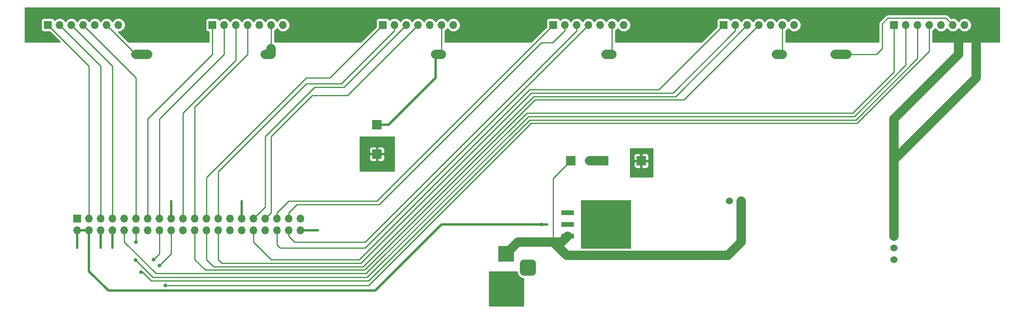
<source format=gbr>
%TF.GenerationSoftware,KiCad,Pcbnew,5.1.6-c6e7f7d~87~ubuntu20.04.1*%
%TF.CreationDate,2020-09-03T23:23:25-04:00*%
%TF.ProjectId,Nixie_Clk_Mother,4e697869-655f-4436-9c6b-5f4d6f746865,rev?*%
%TF.SameCoordinates,Original*%
%TF.FileFunction,Copper,L1,Top*%
%TF.FilePolarity,Positive*%
%FSLAX46Y46*%
G04 Gerber Fmt 4.6, Leading zero omitted, Abs format (unit mm)*
G04 Created by KiCad (PCBNEW 5.1.6-c6e7f7d~87~ubuntu20.04.1) date 2020-09-03 23:23:25*
%MOMM*%
%LPD*%
G01*
G04 APERTURE LIST*
%TA.AperFunction,ComponentPad*%
%ADD10O,1.700000X1.700000*%
%TD*%
%TA.AperFunction,ComponentPad*%
%ADD11R,1.700000X1.700000*%
%TD*%
%TA.AperFunction,ComponentPad*%
%ADD12C,1.524000*%
%TD*%
%TA.AperFunction,SMDPad,CuDef*%
%ADD13R,2.000000X2.000000*%
%TD*%
%TA.AperFunction,ComponentPad*%
%ADD14R,3.500000X3.500000*%
%TD*%
%TA.AperFunction,SMDPad,CuDef*%
%ADD15R,2.692400X1.016000*%
%TD*%
%TA.AperFunction,SMDPad,CuDef*%
%ADD16R,10.871200X10.464800*%
%TD*%
%TA.AperFunction,ViaPad*%
%ADD17C,0.800000*%
%TD*%
%TA.AperFunction,Conductor*%
%ADD18C,2.000000*%
%TD*%
%TA.AperFunction,Conductor*%
%ADD19C,0.250000*%
%TD*%
%TA.AperFunction,Conductor*%
%ADD20C,0.500000*%
%TD*%
%TA.AperFunction,Conductor*%
%ADD21C,0.254000*%
%TD*%
G04 APERTURE END LIST*
D10*
%TO.P,J7,8*%
%TO.N,/170V*%
X101854000Y-37846000D03*
%TO.P,J7,7*%
%TO.N,/GND*%
X99314000Y-37846000D03*
%TO.P,J7,6*%
%TO.N,/5V*%
X96774000Y-37846000D03*
%TO.P,J7,5*%
%TO.N,/GND*%
X94234000Y-37846000D03*
%TO.P,J7,4*%
%TO.N,Net-(J1-Pad21)*%
X91694000Y-37846000D03*
%TO.P,J7,3*%
%TO.N,Net-(J1-Pad19)*%
X89154000Y-37846000D03*
%TO.P,J7,2*%
%TO.N,Net-(J1-Pad15)*%
X86614000Y-37846000D03*
D11*
%TO.P,J7,1*%
%TO.N,Net-(J1-Pad13)*%
X84074000Y-37846000D03*
%TD*%
D10*
%TO.P,J6,8*%
%TO.N,/170V*%
X138684000Y-37846000D03*
%TO.P,J6,7*%
%TO.N,/GND*%
X136144000Y-37846000D03*
%TO.P,J6,6*%
%TO.N,/5V*%
X133604000Y-37846000D03*
%TO.P,J6,5*%
%TO.N,/GND*%
X131064000Y-37846000D03*
%TO.P,J6,4*%
%TO.N,Net-(J1-Pad33)*%
X128524000Y-37846000D03*
%TO.P,J6,3*%
%TO.N,Net-(J1-Pad31)*%
X125984000Y-37846000D03*
%TO.P,J6,2*%
%TO.N,Net-(J1-Pad25)*%
X123444000Y-37846000D03*
D11*
%TO.P,J6,1*%
%TO.N,Net-(J1-Pad23)*%
X120904000Y-37846000D03*
%TD*%
D10*
%TO.P,J5,8*%
%TO.N,/170V*%
X175514000Y-37846000D03*
%TO.P,J5,7*%
%TO.N,/GND*%
X172974000Y-37846000D03*
%TO.P,J5,6*%
%TO.N,/5V*%
X170434000Y-37846000D03*
%TO.P,J5,5*%
%TO.N,/GND*%
X167894000Y-37846000D03*
%TO.P,J5,4*%
%TO.N,Net-(J1-Pad36)*%
X165354000Y-37846000D03*
%TO.P,J5,3*%
%TO.N,Net-(J1-Pad38)*%
X162814000Y-37846000D03*
%TO.P,J5,2*%
%TO.N,Net-(J1-Pad37)*%
X160274000Y-37846000D03*
D11*
%TO.P,J5,1*%
%TO.N,Net-(J1-Pad35)*%
X157734000Y-37846000D03*
%TD*%
D10*
%TO.P,J4,8*%
%TO.N,/170V*%
X212344000Y-37846000D03*
%TO.P,J4,7*%
%TO.N,/GND*%
X209804000Y-37846000D03*
%TO.P,J4,6*%
%TO.N,/5V*%
X207264000Y-37846000D03*
%TO.P,J4,5*%
%TO.N,/GND*%
X204724000Y-37846000D03*
%TO.P,J4,4*%
%TO.N,Net-(J1-Pad22)*%
X202184000Y-37846000D03*
%TO.P,J4,3*%
%TO.N,Net-(J1-Pad24)*%
X199644000Y-37846000D03*
%TO.P,J4,2*%
%TO.N,Net-(J1-Pad26)*%
X197104000Y-37846000D03*
D11*
%TO.P,J4,1*%
%TO.N,Net-(J1-Pad32)*%
X194564000Y-37846000D03*
%TD*%
D10*
%TO.P,J3,8*%
%TO.N,/170V*%
X249174000Y-37846000D03*
%TO.P,J3,7*%
%TO.N,/GND*%
X246634000Y-37846000D03*
%TO.P,J3,6*%
%TO.N,/5V*%
X244094000Y-37846000D03*
%TO.P,J3,5*%
%TO.N,/GND*%
X241554000Y-37846000D03*
%TO.P,J3,4*%
%TO.N,Net-(J1-Pad18)*%
X239014000Y-37846000D03*
%TO.P,J3,3*%
%TO.N,Net-(J1-Pad16)*%
X236474000Y-37846000D03*
%TO.P,J3,2*%
%TO.N,Net-(J1-Pad12)*%
X233934000Y-37846000D03*
D11*
%TO.P,J3,1*%
%TO.N,Net-(J1-Pad10)*%
X231394000Y-37846000D03*
%TD*%
D10*
%TO.P,J2,8*%
%TO.N,/170V*%
X66294000Y-37846000D03*
%TO.P,J2,7*%
%TO.N,/GND*%
X63754000Y-37846000D03*
%TO.P,J2,6*%
%TO.N,/5V*%
X61214000Y-37846000D03*
%TO.P,J2,5*%
%TO.N,/GND*%
X58674000Y-37846000D03*
%TO.P,J2,4*%
%TO.N,Net-(J1-Pad11)*%
X56134000Y-37846000D03*
%TO.P,J2,3*%
%TO.N,Net-(J1-Pad7)*%
X53594000Y-37846000D03*
%TO.P,J2,2*%
%TO.N,Net-(J1-Pad5)*%
X51054000Y-37846000D03*
D11*
%TO.P,J2,1*%
%TO.N,Net-(J1-Pad3)*%
X48514000Y-37846000D03*
%TD*%
D12*
%TO.P,U2,1*%
%TO.N,/GND*%
X195834000Y-75946000D03*
%TO.P,U2,2*%
%TO.N,/12V*%
X198374000Y-75946000D03*
%TO.P,U2,5*%
%TO.N,/5V*%
X231394000Y-88646000D03*
%TO.P,U2,4*%
%TO.N,/GND*%
X231394000Y-86106000D03*
%TO.P,U2,3*%
%TO.N,/170V*%
X231394000Y-83566000D03*
%TD*%
D13*
%TO.P,TP1,1*%
%TO.N,/GND*%
X119634000Y-65786000D03*
%TD*%
%TO.P,TP5,1*%
%TO.N,/5V*%
X119634000Y-59436000D03*
%TD*%
D11*
%TO.P,J1,1*%
%TO.N,Net-(J1-Pad1)*%
X54864000Y-79756000D03*
D10*
%TO.P,J1,2*%
%TO.N,/5V*%
X54864000Y-82296000D03*
%TO.P,J1,3*%
%TO.N,Net-(J1-Pad3)*%
X57404000Y-79756000D03*
%TO.P,J1,4*%
%TO.N,/5V*%
X57404000Y-82296000D03*
%TO.P,J1,5*%
%TO.N,Net-(J1-Pad5)*%
X59944000Y-79756000D03*
%TO.P,J1,6*%
%TO.N,Net-(J1-Pad6)*%
X59944000Y-82296000D03*
%TO.P,J1,7*%
%TO.N,Net-(J1-Pad7)*%
X62484000Y-79756000D03*
%TO.P,J1,8*%
%TO.N,Net-(J1-Pad8)*%
X62484000Y-82296000D03*
%TO.P,J1,9*%
%TO.N,/GND*%
X65024000Y-79756000D03*
%TO.P,J1,10*%
%TO.N,Net-(J1-Pad10)*%
X65024000Y-82296000D03*
%TO.P,J1,11*%
%TO.N,Net-(J1-Pad11)*%
X67564000Y-79756000D03*
%TO.P,J1,12*%
%TO.N,Net-(J1-Pad12)*%
X67564000Y-82296000D03*
%TO.P,J1,13*%
%TO.N,Net-(J1-Pad13)*%
X70104000Y-79756000D03*
%TO.P,J1,14*%
%TO.N,/GND*%
X70104000Y-82296000D03*
%TO.P,J1,15*%
%TO.N,Net-(J1-Pad15)*%
X72644000Y-79756000D03*
%TO.P,J1,16*%
%TO.N,Net-(J1-Pad16)*%
X72644000Y-82296000D03*
%TO.P,J1,17*%
%TO.N,Net-(J1-Pad17)*%
X75184000Y-79756000D03*
%TO.P,J1,18*%
%TO.N,Net-(J1-Pad18)*%
X75184000Y-82296000D03*
%TO.P,J1,19*%
%TO.N,Net-(J1-Pad19)*%
X77724000Y-79756000D03*
%TO.P,J1,20*%
%TO.N,/GND*%
X77724000Y-82296000D03*
%TO.P,J1,21*%
%TO.N,Net-(J1-Pad21)*%
X80264000Y-79756000D03*
%TO.P,J1,22*%
%TO.N,Net-(J1-Pad22)*%
X80264000Y-82296000D03*
%TO.P,J1,23*%
%TO.N,Net-(J1-Pad23)*%
X82804000Y-79756000D03*
%TO.P,J1,24*%
%TO.N,Net-(J1-Pad24)*%
X82804000Y-82296000D03*
%TO.P,J1,25*%
%TO.N,Net-(J1-Pad25)*%
X85344000Y-79756000D03*
%TO.P,J1,26*%
%TO.N,Net-(J1-Pad26)*%
X85344000Y-82296000D03*
%TO.P,J1,27*%
%TO.N,Net-(J1-Pad27)*%
X87884000Y-79756000D03*
%TO.P,J1,28*%
%TO.N,Net-(J1-Pad28)*%
X87884000Y-82296000D03*
%TO.P,J1,29*%
%TO.N,Net-(J1-Pad29)*%
X90424000Y-79756000D03*
%TO.P,J1,30*%
%TO.N,/GND*%
X90424000Y-82296000D03*
%TO.P,J1,31*%
%TO.N,Net-(J1-Pad31)*%
X92964000Y-79756000D03*
%TO.P,J1,32*%
%TO.N,Net-(J1-Pad32)*%
X92964000Y-82296000D03*
%TO.P,J1,33*%
%TO.N,Net-(J1-Pad33)*%
X95504000Y-79756000D03*
%TO.P,J1,34*%
%TO.N,/GND*%
X95504000Y-82296000D03*
%TO.P,J1,35*%
%TO.N,Net-(J1-Pad35)*%
X98044000Y-79756000D03*
%TO.P,J1,36*%
%TO.N,Net-(J1-Pad36)*%
X98044000Y-82296000D03*
%TO.P,J1,37*%
%TO.N,Net-(J1-Pad37)*%
X100584000Y-79756000D03*
%TO.P,J1,38*%
%TO.N,Net-(J1-Pad38)*%
X100584000Y-82296000D03*
%TO.P,J1,39*%
%TO.N,/GND*%
X103124000Y-79756000D03*
%TO.P,J1,40*%
%TO.N,Net-(J1-Pad40)*%
X103124000Y-82296000D03*
%TD*%
D14*
%TO.P,J8,1*%
%TO.N,/12V*%
X147574000Y-87376000D03*
%TO.P,J8,2*%
%TO.N,/GND*%
%TA.AperFunction,ComponentPad*%
G36*
G01*
X148574000Y-94876000D02*
X146574000Y-94876000D01*
G75*
G02*
X145824000Y-94126000I0J750000D01*
G01*
X145824000Y-92626000D01*
G75*
G02*
X146574000Y-91876000I750000J0D01*
G01*
X148574000Y-91876000D01*
G75*
G02*
X149324000Y-92626000I0J-750000D01*
G01*
X149324000Y-94126000D01*
G75*
G02*
X148574000Y-94876000I-750000J0D01*
G01*
G37*
%TD.AperFunction*%
%TO.P,J8,3*%
%TO.N,N/C*%
%TA.AperFunction,ComponentPad*%
G36*
G01*
X153149000Y-92126000D02*
X151399000Y-92126000D01*
G75*
G02*
X150524000Y-91251000I0J875000D01*
G01*
X150524000Y-89501000D01*
G75*
G02*
X151399000Y-88626000I875000J0D01*
G01*
X153149000Y-88626000D01*
G75*
G02*
X154024000Y-89501000I0J-875000D01*
G01*
X154024000Y-91251000D01*
G75*
G02*
X153149000Y-92126000I-875000J0D01*
G01*
G37*
%TD.AperFunction*%
%TD*%
D13*
%TO.P,TP2,1*%
%TO.N,/GND*%
X176758999Y-67260999D03*
%TD*%
%TO.P,TP3,1*%
%TO.N,/12V*%
X161544000Y-67260999D03*
%TD*%
%TO.P,TP4,1*%
%TO.N,/5V*%
X168658999Y-67260999D03*
%TD*%
%TO.P,TP6,1*%
%TO.N,/170V*%
X231394000Y-67056000D03*
%TD*%
D15*
%TO.P,U1,1*%
%TO.N,/GND*%
X160883600Y-78486000D03*
%TO.P,U1,2*%
%TO.N,/5V*%
X160883600Y-81026000D03*
%TO.P,U1,3*%
%TO.N,/12V*%
X160883600Y-83566000D03*
D16*
%TO.P,U1,4*%
%TO.N,N/C*%
X169164000Y-81026000D03*
%TD*%
D17*
%TO.N,/GND*%
X160274000Y-78486000D03*
X145034000Y-92456000D03*
X145034000Y-94996000D03*
X175514000Y-69596000D03*
X178054000Y-69596000D03*
X176784000Y-65786000D03*
X117094000Y-63246000D03*
X119634000Y-63246000D03*
X122174000Y-63246000D03*
X122174000Y-68326000D03*
X119634000Y-68326000D03*
X117094000Y-68326000D03*
X117094000Y-65786000D03*
X122174000Y-65786000D03*
X145034000Y-97536000D03*
X147574000Y-97536000D03*
X150114000Y-97536000D03*
X147574000Y-94996000D03*
X150114000Y-94996000D03*
%TO.N,/5V*%
X160274000Y-81026000D03*
X68834000Y-44196000D03*
X96774000Y-44196000D03*
X133604000Y-44196000D03*
X170434000Y-44196000D03*
X207264000Y-44196000D03*
X155194000Y-81026000D03*
X219964000Y-44196000D03*
X165558999Y-67260999D03*
%TO.N,Net-(J1-Pad12)*%
X67564000Y-84836000D03*
X67474215Y-88735785D03*
%TO.N,Net-(J1-Pad16)*%
X68654430Y-91365570D03*
X71374000Y-88646000D03*
%TO.N,Net-(J1-Pad18)*%
X72644000Y-89916000D03*
X73914000Y-94231010D03*
%TD*%
D18*
%TO.N,/170V*%
X249174000Y-49276000D02*
X249174000Y-37846000D01*
X231394000Y-67056000D02*
X249174000Y-49276000D01*
X231394000Y-67056000D02*
X231394000Y-58166000D01*
X231394000Y-58166000D02*
X245364000Y-44196000D01*
X245364000Y-44196000D02*
X245364000Y-41656000D01*
X231394000Y-67056000D02*
X231394000Y-83566000D01*
%TO.N,/5V*%
X218694000Y-44196000D02*
X221234000Y-44196000D01*
X205994000Y-44196000D02*
X207264000Y-44196000D01*
X169164000Y-44196000D02*
X170434000Y-44196000D01*
X132334000Y-44196000D02*
X133604000Y-44196000D01*
X95504000Y-44196000D02*
X96774000Y-44196000D01*
X96774000Y-44196000D02*
X96774000Y-42926000D01*
X70104000Y-44196000D02*
X67564000Y-44196000D01*
D19*
X67564000Y-44196000D02*
X61214000Y-37846000D01*
X96774000Y-42926000D02*
X96774000Y-37846000D01*
X133604000Y-44196000D02*
X133604000Y-37846000D01*
X170434000Y-44196000D02*
X170434000Y-37846000D01*
X207264000Y-44196000D02*
X207264000Y-37846000D01*
X221234000Y-44196000D02*
X227584000Y-44196000D01*
X227584000Y-44196000D02*
X228854000Y-42926000D01*
X242618999Y-36370999D02*
X244094000Y-37846000D01*
X230043999Y-36370999D02*
X242618999Y-36370999D01*
X228854000Y-37560998D02*
X230043999Y-36370999D01*
X228854000Y-42926000D02*
X228854000Y-37560998D01*
D20*
X54864000Y-82296000D02*
X57404000Y-82296000D01*
X156464000Y-81026000D02*
X156464000Y-81026000D01*
X155194000Y-81026000D02*
X156464000Y-81026000D01*
X57404000Y-91186000D02*
X57404000Y-82296000D01*
X61599011Y-95381011D02*
X57404000Y-91186000D01*
X119248989Y-95381011D02*
X61599011Y-95381011D01*
X133604000Y-81026000D02*
X119248989Y-95381011D01*
X155194000Y-81026000D02*
X133604000Y-81026000D01*
X54864000Y-82296000D02*
X54864000Y-86106000D01*
X119634000Y-59436000D02*
X122174000Y-59436000D01*
X132334000Y-49276000D02*
X132334000Y-44196000D01*
X122174000Y-59436000D02*
X132334000Y-49276000D01*
D18*
X168658999Y-67260999D02*
X165558999Y-67260999D01*
D19*
%TO.N,Net-(J1-Pad3)*%
X57404000Y-46736000D02*
X48514000Y-37846000D01*
X57404000Y-79756000D02*
X57404000Y-46736000D01*
D18*
%TO.N,/12V*%
X147574000Y-87376000D02*
X150114000Y-84836000D01*
X159613600Y-84836000D02*
X160883600Y-83566000D01*
D19*
X157734000Y-84836000D02*
X157734000Y-71070999D01*
X157734000Y-71070999D02*
X161544000Y-67260999D01*
D18*
X150114000Y-84836000D02*
X157734000Y-84836000D01*
X157734000Y-84836000D02*
X159613600Y-84836000D01*
X198374000Y-84836000D02*
X198374000Y-75946000D01*
X160656401Y-87758401D02*
X195451599Y-87758401D01*
X195451599Y-87758401D02*
X198374000Y-84836000D01*
X157734000Y-84836000D02*
X160656401Y-87758401D01*
D19*
%TO.N,Net-(J1-Pad5)*%
X59944000Y-46736000D02*
X59944000Y-79756000D01*
X51054000Y-37846000D02*
X59944000Y-46736000D01*
D20*
%TO.N,Net-(J1-Pad6)*%
X59944000Y-82296000D02*
X59944000Y-86106000D01*
D19*
%TO.N,Net-(J1-Pad7)*%
X62484000Y-46736000D02*
X53594000Y-37846000D01*
X62484000Y-79756000D02*
X62484000Y-46736000D01*
D20*
%TO.N,Net-(J1-Pad8)*%
X62484000Y-82296000D02*
X62484000Y-86106000D01*
D19*
%TO.N,Net-(J1-Pad10)*%
X71834039Y-91646039D02*
X65024000Y-84836000D01*
X65024000Y-84836000D02*
X65024000Y-82296000D01*
X117275983Y-91646039D02*
X71834039Y-91646039D01*
X152026022Y-56896000D02*
X117275983Y-91646039D01*
X222504000Y-56896000D02*
X152026022Y-56896000D01*
X231394000Y-48006000D02*
X222504000Y-56896000D01*
X231394000Y-37846000D02*
X231394000Y-48006000D01*
%TO.N,Net-(J1-Pad11)*%
X67564000Y-49276000D02*
X67564000Y-79756000D01*
X56134000Y-37846000D02*
X67564000Y-49276000D01*
%TO.N,Net-(J1-Pad12)*%
X67564000Y-82296000D02*
X67564000Y-84836000D01*
X67474215Y-88735785D02*
X71194430Y-92456000D01*
X71194430Y-92456000D02*
X117526696Y-92456000D01*
X117526696Y-92456000D02*
X152336686Y-57646010D01*
X233934000Y-46526674D02*
X233934000Y-37846000D01*
X222814665Y-57646009D02*
X233934000Y-46526674D01*
X152336686Y-57646010D02*
X222814665Y-57646009D01*
%TO.N,Net-(J1-Pad13)*%
X70104000Y-79756000D02*
X70104000Y-58166000D01*
X84074000Y-44196000D02*
X84074000Y-37846000D01*
X70104000Y-58166000D02*
X84074000Y-44196000D01*
%TO.N,Net-(J1-Pad15)*%
X72644000Y-79756000D02*
X72644000Y-58166000D01*
X86614000Y-44196000D02*
X86614000Y-37846000D01*
X72644000Y-58166000D02*
X86614000Y-44196000D01*
%TO.N,Net-(J1-Pad16)*%
X236474000Y-45047346D02*
X223125328Y-58396018D01*
X236474000Y-37846000D02*
X236474000Y-45047346D01*
X223125328Y-58396018D02*
X152647352Y-58396018D01*
X152647352Y-58396018D02*
X118475685Y-92567685D01*
X117837360Y-93206010D02*
X70854010Y-93206010D01*
X118475685Y-92567685D02*
X117837360Y-93206010D01*
X70854010Y-93206010D02*
X68834000Y-91186000D01*
X68834000Y-91186000D02*
X68654430Y-91365570D01*
X72644000Y-87376000D02*
X71374000Y-88646000D01*
X72644000Y-82296000D02*
X72644000Y-87376000D01*
D20*
%TO.N,Net-(J1-Pad17)*%
X75184000Y-79756000D02*
X75184000Y-75946000D01*
D19*
%TO.N,Net-(J1-Pad18)*%
X75184000Y-82296000D02*
X75184000Y-87376000D01*
X75184000Y-87376000D02*
X72644000Y-89916000D01*
X73914000Y-94231010D02*
X117873034Y-94231010D01*
X223435993Y-59146027D02*
X239014000Y-43568020D01*
X152958016Y-59146028D02*
X223435993Y-59146027D01*
X239014000Y-43568020D02*
X239014000Y-37846000D01*
X117873034Y-94231010D02*
X152958016Y-59146028D01*
%TO.N,Net-(J1-Pad19)*%
X89154000Y-37846000D02*
X89154000Y-45466000D01*
X77724000Y-79756000D02*
X77724000Y-56896000D01*
X77724000Y-56896000D02*
X78994000Y-55626000D01*
X89154000Y-45466000D02*
X78994000Y-55626000D01*
%TO.N,Net-(J1-Pad21)*%
X91694000Y-37846000D02*
X91694000Y-44196000D01*
X80264000Y-55626000D02*
X80264000Y-79756000D01*
X91694000Y-44196000D02*
X80264000Y-55626000D01*
%TO.N,Net-(J1-Pad22)*%
X80264000Y-88646000D02*
X80264000Y-82296000D01*
X82514029Y-90896029D02*
X80264000Y-88646000D01*
X153795318Y-54066030D02*
X116965319Y-90896029D01*
X116965319Y-90896029D02*
X82514029Y-90896029D01*
X202184000Y-37846000D02*
X201827002Y-37846000D01*
X185963970Y-54066030D02*
X185384030Y-54066030D01*
X202184000Y-37846000D02*
X185963970Y-54066030D01*
X185384030Y-54066030D02*
X153795318Y-54066030D01*
X185606972Y-54066030D02*
X185384030Y-54066030D01*
%TO.N,Net-(J1-Pad23)*%
X82804000Y-79756000D02*
X82804000Y-70866000D01*
X82804000Y-70866000D02*
X104394000Y-49276000D01*
X109474000Y-49276000D02*
X120904000Y-37846000D01*
X104394000Y-49276000D02*
X109474000Y-49276000D01*
%TO.N,Net-(J1-Pad24)*%
X82804000Y-88646000D02*
X82804000Y-82296000D01*
X84304020Y-90146020D02*
X82804000Y-88646000D01*
X116654654Y-90146020D02*
X84304020Y-90146020D01*
X153484654Y-53316020D02*
X116654654Y-90146020D01*
X184173980Y-53316020D02*
X153484654Y-53316020D01*
X199644000Y-37846000D02*
X184173980Y-53316020D01*
%TO.N,Net-(J1-Pad25)*%
X123444000Y-39048081D02*
X111946081Y-50546000D01*
X123444000Y-37846000D02*
X123444000Y-39048081D01*
X111946081Y-50546000D02*
X104394000Y-50546000D01*
X85344000Y-69596000D02*
X85344000Y-79756000D01*
X104394000Y-50546000D02*
X85344000Y-69596000D01*
%TO.N,Net-(J1-Pad26)*%
X85344000Y-88646000D02*
X85344000Y-82296000D01*
X86094010Y-89396010D02*
X85344000Y-88646000D01*
X116134664Y-89396010D02*
X86094010Y-89396010D01*
X152964664Y-52566010D02*
X116134664Y-89396010D01*
X183586071Y-52566010D02*
X152964664Y-52566010D01*
X197104000Y-39048081D02*
X183586071Y-52566010D01*
X197104000Y-37846000D02*
X197104000Y-39048081D01*
D20*
%TO.N,Net-(J1-Pad29)*%
X90424000Y-79756000D02*
X90424000Y-75946000D01*
D19*
%TO.N,Net-(J1-Pad31)*%
X106183990Y-51296010D02*
X95504000Y-61976000D01*
X112533990Y-51296010D02*
X106183990Y-51296010D01*
X95504000Y-77216000D02*
X92964000Y-79756000D01*
X95504000Y-61976000D02*
X95504000Y-77216000D01*
X125984000Y-37846000D02*
X112533990Y-51296010D01*
%TO.N,Net-(J1-Pad32)*%
X194564000Y-37846000D02*
X180594000Y-51816000D01*
X180594000Y-51816000D02*
X152654000Y-51816000D01*
X152654000Y-51816000D02*
X115824000Y-88646000D01*
X115824000Y-88646000D02*
X96774000Y-88646000D01*
X92964000Y-84836000D02*
X92964000Y-82296000D01*
X96774000Y-88646000D02*
X92964000Y-84836000D01*
%TO.N,Net-(J1-Pad33)*%
X113284000Y-53086000D02*
X128524000Y-37846000D01*
X105664000Y-53086000D02*
X113284000Y-53086000D01*
X96774000Y-78486000D02*
X96774000Y-61976000D01*
X96774000Y-61976000D02*
X105664000Y-53086000D01*
X95504000Y-79756000D02*
X96774000Y-78486000D01*
%TO.N,Net-(J1-Pad35)*%
X157734000Y-37846000D02*
X119634000Y-75946000D01*
X119634000Y-75946000D02*
X100584000Y-75946000D01*
X100584000Y-75946000D02*
X98044000Y-78486000D01*
X98044000Y-78486000D02*
X98044000Y-79756000D01*
%TO.N,Net-(J1-Pad36)*%
X98684020Y-86106000D02*
X117094000Y-86106000D01*
X98044000Y-85465980D02*
X98684020Y-86106000D01*
X98044000Y-82296000D02*
X98044000Y-85465980D01*
X119634000Y-83566000D02*
X165354000Y-37846000D01*
X117094000Y-86106000D02*
X119634000Y-83566000D01*
X118678990Y-84521010D02*
X119634000Y-83566000D01*
%TO.N,Net-(J1-Pad37)*%
X160274000Y-39048081D02*
X160274000Y-37846000D01*
X155194000Y-41656000D02*
X157666081Y-41656000D01*
X120153990Y-76696010D02*
X155194000Y-41656000D01*
X102373990Y-76696010D02*
X120153990Y-76696010D01*
X157666081Y-41656000D02*
X160274000Y-39048081D01*
X100584000Y-78486000D02*
X102373990Y-76696010D01*
X100584000Y-79756000D02*
X100584000Y-78486000D01*
%TO.N,Net-(J1-Pad38)*%
X162814000Y-37846000D02*
X162814000Y-39116000D01*
X162814000Y-39116000D02*
X117094000Y-84836000D01*
X117094000Y-84836000D02*
X101854000Y-84836000D01*
X100584000Y-83566000D02*
X100584000Y-82296000D01*
X101854000Y-84836000D02*
X100584000Y-83566000D01*
D20*
%TO.N,Net-(J1-Pad40)*%
X103124000Y-82296000D02*
X106934000Y-82296000D01*
%TD*%
D21*
%TO.N,/170V*%
G36*
X254127000Y-41529000D02*
G01*
X239774000Y-41529000D01*
X239774000Y-39124178D01*
X239960632Y-38999475D01*
X240167475Y-38792632D01*
X240284000Y-38618240D01*
X240400525Y-38792632D01*
X240607368Y-38999475D01*
X240850589Y-39161990D01*
X241120842Y-39273932D01*
X241407740Y-39331000D01*
X241700260Y-39331000D01*
X241987158Y-39273932D01*
X242257411Y-39161990D01*
X242500632Y-38999475D01*
X242707475Y-38792632D01*
X242824000Y-38618240D01*
X242940525Y-38792632D01*
X243147368Y-38999475D01*
X243390589Y-39161990D01*
X243660842Y-39273932D01*
X243947740Y-39331000D01*
X244240260Y-39331000D01*
X244527158Y-39273932D01*
X244797411Y-39161990D01*
X245040632Y-38999475D01*
X245247475Y-38792632D01*
X245364000Y-38618240D01*
X245480525Y-38792632D01*
X245687368Y-38999475D01*
X245930589Y-39161990D01*
X246200842Y-39273932D01*
X246487740Y-39331000D01*
X246780260Y-39331000D01*
X247067158Y-39273932D01*
X247337411Y-39161990D01*
X247580632Y-38999475D01*
X247787475Y-38792632D01*
X247949990Y-38549411D01*
X248061932Y-38279158D01*
X248119000Y-37992260D01*
X248119000Y-37699740D01*
X248061932Y-37412842D01*
X247949990Y-37142589D01*
X247787475Y-36899368D01*
X247580632Y-36692525D01*
X247337411Y-36530010D01*
X247067158Y-36418068D01*
X246780260Y-36361000D01*
X246487740Y-36361000D01*
X246200842Y-36418068D01*
X245930589Y-36530010D01*
X245687368Y-36692525D01*
X245480525Y-36899368D01*
X245364000Y-37073760D01*
X245247475Y-36899368D01*
X245040632Y-36692525D01*
X244797411Y-36530010D01*
X244527158Y-36418068D01*
X244240260Y-36361000D01*
X243947740Y-36361000D01*
X243727592Y-36404790D01*
X243182802Y-35860001D01*
X243159000Y-35830998D01*
X243043275Y-35736025D01*
X242911246Y-35665453D01*
X242767985Y-35621996D01*
X242656332Y-35610999D01*
X242656321Y-35610999D01*
X242618999Y-35607323D01*
X242581677Y-35610999D01*
X230081324Y-35610999D01*
X230043999Y-35607323D01*
X230006674Y-35610999D01*
X230006666Y-35610999D01*
X229895013Y-35621996D01*
X229751752Y-35665453D01*
X229619723Y-35736025D01*
X229503998Y-35830998D01*
X229480200Y-35859996D01*
X228342998Y-36997199D01*
X228314000Y-37020997D01*
X228290202Y-37049995D01*
X228290201Y-37049996D01*
X228219026Y-37136722D01*
X228148454Y-37268752D01*
X228128360Y-37334996D01*
X228104998Y-37412012D01*
X228104041Y-37421725D01*
X228090324Y-37560998D01*
X228094001Y-37598330D01*
X228094000Y-41529000D01*
X208024000Y-41529000D01*
X208024000Y-39124178D01*
X208210632Y-38999475D01*
X208417475Y-38792632D01*
X208534000Y-38618240D01*
X208650525Y-38792632D01*
X208857368Y-38999475D01*
X209100589Y-39161990D01*
X209370842Y-39273932D01*
X209657740Y-39331000D01*
X209950260Y-39331000D01*
X210237158Y-39273932D01*
X210507411Y-39161990D01*
X210750632Y-38999475D01*
X210957475Y-38792632D01*
X211119990Y-38549411D01*
X211231932Y-38279158D01*
X211289000Y-37992260D01*
X211289000Y-37699740D01*
X211231932Y-37412842D01*
X211119990Y-37142589D01*
X210957475Y-36899368D01*
X210750632Y-36692525D01*
X210507411Y-36530010D01*
X210237158Y-36418068D01*
X209950260Y-36361000D01*
X209657740Y-36361000D01*
X209370842Y-36418068D01*
X209100589Y-36530010D01*
X208857368Y-36692525D01*
X208650525Y-36899368D01*
X208534000Y-37073760D01*
X208417475Y-36899368D01*
X208210632Y-36692525D01*
X207967411Y-36530010D01*
X207697158Y-36418068D01*
X207410260Y-36361000D01*
X207117740Y-36361000D01*
X206830842Y-36418068D01*
X206560589Y-36530010D01*
X206317368Y-36692525D01*
X206110525Y-36899368D01*
X205994000Y-37073760D01*
X205877475Y-36899368D01*
X205670632Y-36692525D01*
X205427411Y-36530010D01*
X205157158Y-36418068D01*
X204870260Y-36361000D01*
X204577740Y-36361000D01*
X204290842Y-36418068D01*
X204020589Y-36530010D01*
X203777368Y-36692525D01*
X203570525Y-36899368D01*
X203454000Y-37073760D01*
X203337475Y-36899368D01*
X203130632Y-36692525D01*
X202887411Y-36530010D01*
X202617158Y-36418068D01*
X202330260Y-36361000D01*
X202037740Y-36361000D01*
X201750842Y-36418068D01*
X201480589Y-36530010D01*
X201237368Y-36692525D01*
X201030525Y-36899368D01*
X200914000Y-37073760D01*
X200797475Y-36899368D01*
X200590632Y-36692525D01*
X200347411Y-36530010D01*
X200077158Y-36418068D01*
X199790260Y-36361000D01*
X199497740Y-36361000D01*
X199210842Y-36418068D01*
X198940589Y-36530010D01*
X198697368Y-36692525D01*
X198490525Y-36899368D01*
X198374000Y-37073760D01*
X198257475Y-36899368D01*
X198050632Y-36692525D01*
X197807411Y-36530010D01*
X197537158Y-36418068D01*
X197250260Y-36361000D01*
X196957740Y-36361000D01*
X196670842Y-36418068D01*
X196400589Y-36530010D01*
X196157368Y-36692525D01*
X196025513Y-36824380D01*
X196003502Y-36751820D01*
X195944537Y-36641506D01*
X195865185Y-36544815D01*
X195768494Y-36465463D01*
X195658180Y-36406498D01*
X195538482Y-36370188D01*
X195414000Y-36357928D01*
X193714000Y-36357928D01*
X193589518Y-36370188D01*
X193469820Y-36406498D01*
X193359506Y-36465463D01*
X193262815Y-36544815D01*
X193183463Y-36641506D01*
X193124498Y-36751820D01*
X193088188Y-36871518D01*
X193075928Y-36996000D01*
X193075928Y-38259269D01*
X189806198Y-41529000D01*
X171194000Y-41529000D01*
X171194000Y-39124178D01*
X171380632Y-38999475D01*
X171587475Y-38792632D01*
X171704000Y-38618240D01*
X171820525Y-38792632D01*
X172027368Y-38999475D01*
X172270589Y-39161990D01*
X172540842Y-39273932D01*
X172827740Y-39331000D01*
X173120260Y-39331000D01*
X173407158Y-39273932D01*
X173677411Y-39161990D01*
X173920632Y-38999475D01*
X174127475Y-38792632D01*
X174289990Y-38549411D01*
X174401932Y-38279158D01*
X174459000Y-37992260D01*
X174459000Y-37699740D01*
X174401932Y-37412842D01*
X174289990Y-37142589D01*
X174127475Y-36899368D01*
X173920632Y-36692525D01*
X173677411Y-36530010D01*
X173407158Y-36418068D01*
X173120260Y-36361000D01*
X172827740Y-36361000D01*
X172540842Y-36418068D01*
X172270589Y-36530010D01*
X172027368Y-36692525D01*
X171820525Y-36899368D01*
X171704000Y-37073760D01*
X171587475Y-36899368D01*
X171380632Y-36692525D01*
X171137411Y-36530010D01*
X170867158Y-36418068D01*
X170580260Y-36361000D01*
X170287740Y-36361000D01*
X170000842Y-36418068D01*
X169730589Y-36530010D01*
X169487368Y-36692525D01*
X169280525Y-36899368D01*
X169164000Y-37073760D01*
X169047475Y-36899368D01*
X168840632Y-36692525D01*
X168597411Y-36530010D01*
X168327158Y-36418068D01*
X168040260Y-36361000D01*
X167747740Y-36361000D01*
X167460842Y-36418068D01*
X167190589Y-36530010D01*
X166947368Y-36692525D01*
X166740525Y-36899368D01*
X166624000Y-37073760D01*
X166507475Y-36899368D01*
X166300632Y-36692525D01*
X166057411Y-36530010D01*
X165787158Y-36418068D01*
X165500260Y-36361000D01*
X165207740Y-36361000D01*
X164920842Y-36418068D01*
X164650589Y-36530010D01*
X164407368Y-36692525D01*
X164200525Y-36899368D01*
X164084000Y-37073760D01*
X163967475Y-36899368D01*
X163760632Y-36692525D01*
X163517411Y-36530010D01*
X163247158Y-36418068D01*
X162960260Y-36361000D01*
X162667740Y-36361000D01*
X162380842Y-36418068D01*
X162110589Y-36530010D01*
X161867368Y-36692525D01*
X161660525Y-36899368D01*
X161544000Y-37073760D01*
X161427475Y-36899368D01*
X161220632Y-36692525D01*
X160977411Y-36530010D01*
X160707158Y-36418068D01*
X160420260Y-36361000D01*
X160127740Y-36361000D01*
X159840842Y-36418068D01*
X159570589Y-36530010D01*
X159327368Y-36692525D01*
X159195513Y-36824380D01*
X159173502Y-36751820D01*
X159114537Y-36641506D01*
X159035185Y-36544815D01*
X158938494Y-36465463D01*
X158828180Y-36406498D01*
X158708482Y-36370188D01*
X158584000Y-36357928D01*
X156884000Y-36357928D01*
X156759518Y-36370188D01*
X156639820Y-36406498D01*
X156529506Y-36465463D01*
X156432815Y-36544815D01*
X156353463Y-36641506D01*
X156294498Y-36751820D01*
X156258188Y-36871518D01*
X156245928Y-36996000D01*
X156245928Y-38259270D01*
X152976198Y-41529000D01*
X134364000Y-41529000D01*
X134364000Y-39124178D01*
X134550632Y-38999475D01*
X134757475Y-38792632D01*
X134874000Y-38618240D01*
X134990525Y-38792632D01*
X135197368Y-38999475D01*
X135440589Y-39161990D01*
X135710842Y-39273932D01*
X135997740Y-39331000D01*
X136290260Y-39331000D01*
X136577158Y-39273932D01*
X136847411Y-39161990D01*
X137090632Y-38999475D01*
X137297475Y-38792632D01*
X137459990Y-38549411D01*
X137571932Y-38279158D01*
X137629000Y-37992260D01*
X137629000Y-37699740D01*
X137571932Y-37412842D01*
X137459990Y-37142589D01*
X137297475Y-36899368D01*
X137090632Y-36692525D01*
X136847411Y-36530010D01*
X136577158Y-36418068D01*
X136290260Y-36361000D01*
X135997740Y-36361000D01*
X135710842Y-36418068D01*
X135440589Y-36530010D01*
X135197368Y-36692525D01*
X134990525Y-36899368D01*
X134874000Y-37073760D01*
X134757475Y-36899368D01*
X134550632Y-36692525D01*
X134307411Y-36530010D01*
X134037158Y-36418068D01*
X133750260Y-36361000D01*
X133457740Y-36361000D01*
X133170842Y-36418068D01*
X132900589Y-36530010D01*
X132657368Y-36692525D01*
X132450525Y-36899368D01*
X132334000Y-37073760D01*
X132217475Y-36899368D01*
X132010632Y-36692525D01*
X131767411Y-36530010D01*
X131497158Y-36418068D01*
X131210260Y-36361000D01*
X130917740Y-36361000D01*
X130630842Y-36418068D01*
X130360589Y-36530010D01*
X130117368Y-36692525D01*
X129910525Y-36899368D01*
X129794000Y-37073760D01*
X129677475Y-36899368D01*
X129470632Y-36692525D01*
X129227411Y-36530010D01*
X128957158Y-36418068D01*
X128670260Y-36361000D01*
X128377740Y-36361000D01*
X128090842Y-36418068D01*
X127820589Y-36530010D01*
X127577368Y-36692525D01*
X127370525Y-36899368D01*
X127254000Y-37073760D01*
X127137475Y-36899368D01*
X126930632Y-36692525D01*
X126687411Y-36530010D01*
X126417158Y-36418068D01*
X126130260Y-36361000D01*
X125837740Y-36361000D01*
X125550842Y-36418068D01*
X125280589Y-36530010D01*
X125037368Y-36692525D01*
X124830525Y-36899368D01*
X124714000Y-37073760D01*
X124597475Y-36899368D01*
X124390632Y-36692525D01*
X124147411Y-36530010D01*
X123877158Y-36418068D01*
X123590260Y-36361000D01*
X123297740Y-36361000D01*
X123010842Y-36418068D01*
X122740589Y-36530010D01*
X122497368Y-36692525D01*
X122365513Y-36824380D01*
X122343502Y-36751820D01*
X122284537Y-36641506D01*
X122205185Y-36544815D01*
X122108494Y-36465463D01*
X121998180Y-36406498D01*
X121878482Y-36370188D01*
X121754000Y-36357928D01*
X120054000Y-36357928D01*
X119929518Y-36370188D01*
X119809820Y-36406498D01*
X119699506Y-36465463D01*
X119602815Y-36544815D01*
X119523463Y-36641506D01*
X119464498Y-36751820D01*
X119428188Y-36871518D01*
X119415928Y-36996000D01*
X119415928Y-38259270D01*
X116146198Y-41529000D01*
X97628813Y-41529000D01*
X97534000Y-41478321D01*
X97534000Y-39124178D01*
X97720632Y-38999475D01*
X97927475Y-38792632D01*
X98044000Y-38618240D01*
X98160525Y-38792632D01*
X98367368Y-38999475D01*
X98610589Y-39161990D01*
X98880842Y-39273932D01*
X99167740Y-39331000D01*
X99460260Y-39331000D01*
X99747158Y-39273932D01*
X100017411Y-39161990D01*
X100260632Y-38999475D01*
X100467475Y-38792632D01*
X100629990Y-38549411D01*
X100741932Y-38279158D01*
X100799000Y-37992260D01*
X100799000Y-37699740D01*
X100741932Y-37412842D01*
X100629990Y-37142589D01*
X100467475Y-36899368D01*
X100260632Y-36692525D01*
X100017411Y-36530010D01*
X99747158Y-36418068D01*
X99460260Y-36361000D01*
X99167740Y-36361000D01*
X98880842Y-36418068D01*
X98610589Y-36530010D01*
X98367368Y-36692525D01*
X98160525Y-36899368D01*
X98044000Y-37073760D01*
X97927475Y-36899368D01*
X97720632Y-36692525D01*
X97477411Y-36530010D01*
X97207158Y-36418068D01*
X96920260Y-36361000D01*
X96627740Y-36361000D01*
X96340842Y-36418068D01*
X96070589Y-36530010D01*
X95827368Y-36692525D01*
X95620525Y-36899368D01*
X95504000Y-37073760D01*
X95387475Y-36899368D01*
X95180632Y-36692525D01*
X94937411Y-36530010D01*
X94667158Y-36418068D01*
X94380260Y-36361000D01*
X94087740Y-36361000D01*
X93800842Y-36418068D01*
X93530589Y-36530010D01*
X93287368Y-36692525D01*
X93080525Y-36899368D01*
X92964000Y-37073760D01*
X92847475Y-36899368D01*
X92640632Y-36692525D01*
X92397411Y-36530010D01*
X92127158Y-36418068D01*
X91840260Y-36361000D01*
X91547740Y-36361000D01*
X91260842Y-36418068D01*
X90990589Y-36530010D01*
X90747368Y-36692525D01*
X90540525Y-36899368D01*
X90424000Y-37073760D01*
X90307475Y-36899368D01*
X90100632Y-36692525D01*
X89857411Y-36530010D01*
X89587158Y-36418068D01*
X89300260Y-36361000D01*
X89007740Y-36361000D01*
X88720842Y-36418068D01*
X88450589Y-36530010D01*
X88207368Y-36692525D01*
X88000525Y-36899368D01*
X87884000Y-37073760D01*
X87767475Y-36899368D01*
X87560632Y-36692525D01*
X87317411Y-36530010D01*
X87047158Y-36418068D01*
X86760260Y-36361000D01*
X86467740Y-36361000D01*
X86180842Y-36418068D01*
X85910589Y-36530010D01*
X85667368Y-36692525D01*
X85535513Y-36824380D01*
X85513502Y-36751820D01*
X85454537Y-36641506D01*
X85375185Y-36544815D01*
X85278494Y-36465463D01*
X85168180Y-36406498D01*
X85048482Y-36370188D01*
X84924000Y-36357928D01*
X83224000Y-36357928D01*
X83099518Y-36370188D01*
X82979820Y-36406498D01*
X82869506Y-36465463D01*
X82772815Y-36544815D01*
X82693463Y-36641506D01*
X82634498Y-36751820D01*
X82598188Y-36871518D01*
X82585928Y-36996000D01*
X82585928Y-38696000D01*
X82598188Y-38820482D01*
X82634498Y-38940180D01*
X82693463Y-39050494D01*
X82772815Y-39147185D01*
X82869506Y-39226537D01*
X82979820Y-39285502D01*
X83099518Y-39321812D01*
X83224000Y-39334072D01*
X83314001Y-39334072D01*
X83314001Y-41529000D01*
X65971802Y-41529000D01*
X63773801Y-39331000D01*
X63900260Y-39331000D01*
X64187158Y-39273932D01*
X64457411Y-39161990D01*
X64700632Y-38999475D01*
X64907475Y-38792632D01*
X65069990Y-38549411D01*
X65181932Y-38279158D01*
X65239000Y-37992260D01*
X65239000Y-37699740D01*
X65181932Y-37412842D01*
X65069990Y-37142589D01*
X64907475Y-36899368D01*
X64700632Y-36692525D01*
X64457411Y-36530010D01*
X64187158Y-36418068D01*
X63900260Y-36361000D01*
X63607740Y-36361000D01*
X63320842Y-36418068D01*
X63050589Y-36530010D01*
X62807368Y-36692525D01*
X62600525Y-36899368D01*
X62484000Y-37073760D01*
X62367475Y-36899368D01*
X62160632Y-36692525D01*
X61917411Y-36530010D01*
X61647158Y-36418068D01*
X61360260Y-36361000D01*
X61067740Y-36361000D01*
X60780842Y-36418068D01*
X60510589Y-36530010D01*
X60267368Y-36692525D01*
X60060525Y-36899368D01*
X59944000Y-37073760D01*
X59827475Y-36899368D01*
X59620632Y-36692525D01*
X59377411Y-36530010D01*
X59107158Y-36418068D01*
X58820260Y-36361000D01*
X58527740Y-36361000D01*
X58240842Y-36418068D01*
X57970589Y-36530010D01*
X57727368Y-36692525D01*
X57520525Y-36899368D01*
X57404000Y-37073760D01*
X57287475Y-36899368D01*
X57080632Y-36692525D01*
X56837411Y-36530010D01*
X56567158Y-36418068D01*
X56280260Y-36361000D01*
X55987740Y-36361000D01*
X55700842Y-36418068D01*
X55430589Y-36530010D01*
X55187368Y-36692525D01*
X54980525Y-36899368D01*
X54864000Y-37073760D01*
X54747475Y-36899368D01*
X54540632Y-36692525D01*
X54297411Y-36530010D01*
X54027158Y-36418068D01*
X53740260Y-36361000D01*
X53447740Y-36361000D01*
X53160842Y-36418068D01*
X52890589Y-36530010D01*
X52647368Y-36692525D01*
X52440525Y-36899368D01*
X52324000Y-37073760D01*
X52207475Y-36899368D01*
X52000632Y-36692525D01*
X51757411Y-36530010D01*
X51487158Y-36418068D01*
X51200260Y-36361000D01*
X50907740Y-36361000D01*
X50620842Y-36418068D01*
X50350589Y-36530010D01*
X50107368Y-36692525D01*
X49975513Y-36824380D01*
X49953502Y-36751820D01*
X49894537Y-36641506D01*
X49815185Y-36544815D01*
X49718494Y-36465463D01*
X49608180Y-36406498D01*
X49488482Y-36370188D01*
X49364000Y-36357928D01*
X47664000Y-36357928D01*
X47539518Y-36370188D01*
X47419820Y-36406498D01*
X47309506Y-36465463D01*
X47212815Y-36544815D01*
X47133463Y-36641506D01*
X47074498Y-36751820D01*
X47038188Y-36871518D01*
X47025928Y-36996000D01*
X47025928Y-38696000D01*
X47038188Y-38820482D01*
X47074498Y-38940180D01*
X47133463Y-39050494D01*
X47212815Y-39147185D01*
X47309506Y-39226537D01*
X47419820Y-39285502D01*
X47539518Y-39321812D01*
X47664000Y-39334072D01*
X48927271Y-39334072D01*
X51122199Y-41529000D01*
X43561000Y-41529000D01*
X43561000Y-34163000D01*
X254127000Y-34163000D01*
X254127000Y-41529000D01*
G37*
X254127000Y-41529000D02*
X239774000Y-41529000D01*
X239774000Y-39124178D01*
X239960632Y-38999475D01*
X240167475Y-38792632D01*
X240284000Y-38618240D01*
X240400525Y-38792632D01*
X240607368Y-38999475D01*
X240850589Y-39161990D01*
X241120842Y-39273932D01*
X241407740Y-39331000D01*
X241700260Y-39331000D01*
X241987158Y-39273932D01*
X242257411Y-39161990D01*
X242500632Y-38999475D01*
X242707475Y-38792632D01*
X242824000Y-38618240D01*
X242940525Y-38792632D01*
X243147368Y-38999475D01*
X243390589Y-39161990D01*
X243660842Y-39273932D01*
X243947740Y-39331000D01*
X244240260Y-39331000D01*
X244527158Y-39273932D01*
X244797411Y-39161990D01*
X245040632Y-38999475D01*
X245247475Y-38792632D01*
X245364000Y-38618240D01*
X245480525Y-38792632D01*
X245687368Y-38999475D01*
X245930589Y-39161990D01*
X246200842Y-39273932D01*
X246487740Y-39331000D01*
X246780260Y-39331000D01*
X247067158Y-39273932D01*
X247337411Y-39161990D01*
X247580632Y-38999475D01*
X247787475Y-38792632D01*
X247949990Y-38549411D01*
X248061932Y-38279158D01*
X248119000Y-37992260D01*
X248119000Y-37699740D01*
X248061932Y-37412842D01*
X247949990Y-37142589D01*
X247787475Y-36899368D01*
X247580632Y-36692525D01*
X247337411Y-36530010D01*
X247067158Y-36418068D01*
X246780260Y-36361000D01*
X246487740Y-36361000D01*
X246200842Y-36418068D01*
X245930589Y-36530010D01*
X245687368Y-36692525D01*
X245480525Y-36899368D01*
X245364000Y-37073760D01*
X245247475Y-36899368D01*
X245040632Y-36692525D01*
X244797411Y-36530010D01*
X244527158Y-36418068D01*
X244240260Y-36361000D01*
X243947740Y-36361000D01*
X243727592Y-36404790D01*
X243182802Y-35860001D01*
X243159000Y-35830998D01*
X243043275Y-35736025D01*
X242911246Y-35665453D01*
X242767985Y-35621996D01*
X242656332Y-35610999D01*
X242656321Y-35610999D01*
X242618999Y-35607323D01*
X242581677Y-35610999D01*
X230081324Y-35610999D01*
X230043999Y-35607323D01*
X230006674Y-35610999D01*
X230006666Y-35610999D01*
X229895013Y-35621996D01*
X229751752Y-35665453D01*
X229619723Y-35736025D01*
X229503998Y-35830998D01*
X229480200Y-35859996D01*
X228342998Y-36997199D01*
X228314000Y-37020997D01*
X228290202Y-37049995D01*
X228290201Y-37049996D01*
X228219026Y-37136722D01*
X228148454Y-37268752D01*
X228128360Y-37334996D01*
X228104998Y-37412012D01*
X228104041Y-37421725D01*
X228090324Y-37560998D01*
X228094001Y-37598330D01*
X228094000Y-41529000D01*
X208024000Y-41529000D01*
X208024000Y-39124178D01*
X208210632Y-38999475D01*
X208417475Y-38792632D01*
X208534000Y-38618240D01*
X208650525Y-38792632D01*
X208857368Y-38999475D01*
X209100589Y-39161990D01*
X209370842Y-39273932D01*
X209657740Y-39331000D01*
X209950260Y-39331000D01*
X210237158Y-39273932D01*
X210507411Y-39161990D01*
X210750632Y-38999475D01*
X210957475Y-38792632D01*
X211119990Y-38549411D01*
X211231932Y-38279158D01*
X211289000Y-37992260D01*
X211289000Y-37699740D01*
X211231932Y-37412842D01*
X211119990Y-37142589D01*
X210957475Y-36899368D01*
X210750632Y-36692525D01*
X210507411Y-36530010D01*
X210237158Y-36418068D01*
X209950260Y-36361000D01*
X209657740Y-36361000D01*
X209370842Y-36418068D01*
X209100589Y-36530010D01*
X208857368Y-36692525D01*
X208650525Y-36899368D01*
X208534000Y-37073760D01*
X208417475Y-36899368D01*
X208210632Y-36692525D01*
X207967411Y-36530010D01*
X207697158Y-36418068D01*
X207410260Y-36361000D01*
X207117740Y-36361000D01*
X206830842Y-36418068D01*
X206560589Y-36530010D01*
X206317368Y-36692525D01*
X206110525Y-36899368D01*
X205994000Y-37073760D01*
X205877475Y-36899368D01*
X205670632Y-36692525D01*
X205427411Y-36530010D01*
X205157158Y-36418068D01*
X204870260Y-36361000D01*
X204577740Y-36361000D01*
X204290842Y-36418068D01*
X204020589Y-36530010D01*
X203777368Y-36692525D01*
X203570525Y-36899368D01*
X203454000Y-37073760D01*
X203337475Y-36899368D01*
X203130632Y-36692525D01*
X202887411Y-36530010D01*
X202617158Y-36418068D01*
X202330260Y-36361000D01*
X202037740Y-36361000D01*
X201750842Y-36418068D01*
X201480589Y-36530010D01*
X201237368Y-36692525D01*
X201030525Y-36899368D01*
X200914000Y-37073760D01*
X200797475Y-36899368D01*
X200590632Y-36692525D01*
X200347411Y-36530010D01*
X200077158Y-36418068D01*
X199790260Y-36361000D01*
X199497740Y-36361000D01*
X199210842Y-36418068D01*
X198940589Y-36530010D01*
X198697368Y-36692525D01*
X198490525Y-36899368D01*
X198374000Y-37073760D01*
X198257475Y-36899368D01*
X198050632Y-36692525D01*
X197807411Y-36530010D01*
X197537158Y-36418068D01*
X197250260Y-36361000D01*
X196957740Y-36361000D01*
X196670842Y-36418068D01*
X196400589Y-36530010D01*
X196157368Y-36692525D01*
X196025513Y-36824380D01*
X196003502Y-36751820D01*
X195944537Y-36641506D01*
X195865185Y-36544815D01*
X195768494Y-36465463D01*
X195658180Y-36406498D01*
X195538482Y-36370188D01*
X195414000Y-36357928D01*
X193714000Y-36357928D01*
X193589518Y-36370188D01*
X193469820Y-36406498D01*
X193359506Y-36465463D01*
X193262815Y-36544815D01*
X193183463Y-36641506D01*
X193124498Y-36751820D01*
X193088188Y-36871518D01*
X193075928Y-36996000D01*
X193075928Y-38259269D01*
X189806198Y-41529000D01*
X171194000Y-41529000D01*
X171194000Y-39124178D01*
X171380632Y-38999475D01*
X171587475Y-38792632D01*
X171704000Y-38618240D01*
X171820525Y-38792632D01*
X172027368Y-38999475D01*
X172270589Y-39161990D01*
X172540842Y-39273932D01*
X172827740Y-39331000D01*
X173120260Y-39331000D01*
X173407158Y-39273932D01*
X173677411Y-39161990D01*
X173920632Y-38999475D01*
X174127475Y-38792632D01*
X174289990Y-38549411D01*
X174401932Y-38279158D01*
X174459000Y-37992260D01*
X174459000Y-37699740D01*
X174401932Y-37412842D01*
X174289990Y-37142589D01*
X174127475Y-36899368D01*
X173920632Y-36692525D01*
X173677411Y-36530010D01*
X173407158Y-36418068D01*
X173120260Y-36361000D01*
X172827740Y-36361000D01*
X172540842Y-36418068D01*
X172270589Y-36530010D01*
X172027368Y-36692525D01*
X171820525Y-36899368D01*
X171704000Y-37073760D01*
X171587475Y-36899368D01*
X171380632Y-36692525D01*
X171137411Y-36530010D01*
X170867158Y-36418068D01*
X170580260Y-36361000D01*
X170287740Y-36361000D01*
X170000842Y-36418068D01*
X169730589Y-36530010D01*
X169487368Y-36692525D01*
X169280525Y-36899368D01*
X169164000Y-37073760D01*
X169047475Y-36899368D01*
X168840632Y-36692525D01*
X168597411Y-36530010D01*
X168327158Y-36418068D01*
X168040260Y-36361000D01*
X167747740Y-36361000D01*
X167460842Y-36418068D01*
X167190589Y-36530010D01*
X166947368Y-36692525D01*
X166740525Y-36899368D01*
X166624000Y-37073760D01*
X166507475Y-36899368D01*
X166300632Y-36692525D01*
X166057411Y-36530010D01*
X165787158Y-36418068D01*
X165500260Y-36361000D01*
X165207740Y-36361000D01*
X164920842Y-36418068D01*
X164650589Y-36530010D01*
X164407368Y-36692525D01*
X164200525Y-36899368D01*
X164084000Y-37073760D01*
X163967475Y-36899368D01*
X163760632Y-36692525D01*
X163517411Y-36530010D01*
X163247158Y-36418068D01*
X162960260Y-36361000D01*
X162667740Y-36361000D01*
X162380842Y-36418068D01*
X162110589Y-36530010D01*
X161867368Y-36692525D01*
X161660525Y-36899368D01*
X161544000Y-37073760D01*
X161427475Y-36899368D01*
X161220632Y-36692525D01*
X160977411Y-36530010D01*
X160707158Y-36418068D01*
X160420260Y-36361000D01*
X160127740Y-36361000D01*
X159840842Y-36418068D01*
X159570589Y-36530010D01*
X159327368Y-36692525D01*
X159195513Y-36824380D01*
X159173502Y-36751820D01*
X159114537Y-36641506D01*
X159035185Y-36544815D01*
X158938494Y-36465463D01*
X158828180Y-36406498D01*
X158708482Y-36370188D01*
X158584000Y-36357928D01*
X156884000Y-36357928D01*
X156759518Y-36370188D01*
X156639820Y-36406498D01*
X156529506Y-36465463D01*
X156432815Y-36544815D01*
X156353463Y-36641506D01*
X156294498Y-36751820D01*
X156258188Y-36871518D01*
X156245928Y-36996000D01*
X156245928Y-38259270D01*
X152976198Y-41529000D01*
X134364000Y-41529000D01*
X134364000Y-39124178D01*
X134550632Y-38999475D01*
X134757475Y-38792632D01*
X134874000Y-38618240D01*
X134990525Y-38792632D01*
X135197368Y-38999475D01*
X135440589Y-39161990D01*
X135710842Y-39273932D01*
X135997740Y-39331000D01*
X136290260Y-39331000D01*
X136577158Y-39273932D01*
X136847411Y-39161990D01*
X137090632Y-38999475D01*
X137297475Y-38792632D01*
X137459990Y-38549411D01*
X137571932Y-38279158D01*
X137629000Y-37992260D01*
X137629000Y-37699740D01*
X137571932Y-37412842D01*
X137459990Y-37142589D01*
X137297475Y-36899368D01*
X137090632Y-36692525D01*
X136847411Y-36530010D01*
X136577158Y-36418068D01*
X136290260Y-36361000D01*
X135997740Y-36361000D01*
X135710842Y-36418068D01*
X135440589Y-36530010D01*
X135197368Y-36692525D01*
X134990525Y-36899368D01*
X134874000Y-37073760D01*
X134757475Y-36899368D01*
X134550632Y-36692525D01*
X134307411Y-36530010D01*
X134037158Y-36418068D01*
X133750260Y-36361000D01*
X133457740Y-36361000D01*
X133170842Y-36418068D01*
X132900589Y-36530010D01*
X132657368Y-36692525D01*
X132450525Y-36899368D01*
X132334000Y-37073760D01*
X132217475Y-36899368D01*
X132010632Y-36692525D01*
X131767411Y-36530010D01*
X131497158Y-36418068D01*
X131210260Y-36361000D01*
X130917740Y-36361000D01*
X130630842Y-36418068D01*
X130360589Y-36530010D01*
X130117368Y-36692525D01*
X129910525Y-36899368D01*
X129794000Y-37073760D01*
X129677475Y-36899368D01*
X129470632Y-36692525D01*
X129227411Y-36530010D01*
X128957158Y-36418068D01*
X128670260Y-36361000D01*
X128377740Y-36361000D01*
X128090842Y-36418068D01*
X127820589Y-36530010D01*
X127577368Y-36692525D01*
X127370525Y-36899368D01*
X127254000Y-37073760D01*
X127137475Y-36899368D01*
X126930632Y-36692525D01*
X126687411Y-36530010D01*
X126417158Y-36418068D01*
X126130260Y-36361000D01*
X125837740Y-36361000D01*
X125550842Y-36418068D01*
X125280589Y-36530010D01*
X125037368Y-36692525D01*
X124830525Y-36899368D01*
X124714000Y-37073760D01*
X124597475Y-36899368D01*
X124390632Y-36692525D01*
X124147411Y-36530010D01*
X123877158Y-36418068D01*
X123590260Y-36361000D01*
X123297740Y-36361000D01*
X123010842Y-36418068D01*
X122740589Y-36530010D01*
X122497368Y-36692525D01*
X122365513Y-36824380D01*
X122343502Y-36751820D01*
X122284537Y-36641506D01*
X122205185Y-36544815D01*
X122108494Y-36465463D01*
X121998180Y-36406498D01*
X121878482Y-36370188D01*
X121754000Y-36357928D01*
X120054000Y-36357928D01*
X119929518Y-36370188D01*
X119809820Y-36406498D01*
X119699506Y-36465463D01*
X119602815Y-36544815D01*
X119523463Y-36641506D01*
X119464498Y-36751820D01*
X119428188Y-36871518D01*
X119415928Y-36996000D01*
X119415928Y-38259270D01*
X116146198Y-41529000D01*
X97628813Y-41529000D01*
X97534000Y-41478321D01*
X97534000Y-39124178D01*
X97720632Y-38999475D01*
X97927475Y-38792632D01*
X98044000Y-38618240D01*
X98160525Y-38792632D01*
X98367368Y-38999475D01*
X98610589Y-39161990D01*
X98880842Y-39273932D01*
X99167740Y-39331000D01*
X99460260Y-39331000D01*
X99747158Y-39273932D01*
X100017411Y-39161990D01*
X100260632Y-38999475D01*
X100467475Y-38792632D01*
X100629990Y-38549411D01*
X100741932Y-38279158D01*
X100799000Y-37992260D01*
X100799000Y-37699740D01*
X100741932Y-37412842D01*
X100629990Y-37142589D01*
X100467475Y-36899368D01*
X100260632Y-36692525D01*
X100017411Y-36530010D01*
X99747158Y-36418068D01*
X99460260Y-36361000D01*
X99167740Y-36361000D01*
X98880842Y-36418068D01*
X98610589Y-36530010D01*
X98367368Y-36692525D01*
X98160525Y-36899368D01*
X98044000Y-37073760D01*
X97927475Y-36899368D01*
X97720632Y-36692525D01*
X97477411Y-36530010D01*
X97207158Y-36418068D01*
X96920260Y-36361000D01*
X96627740Y-36361000D01*
X96340842Y-36418068D01*
X96070589Y-36530010D01*
X95827368Y-36692525D01*
X95620525Y-36899368D01*
X95504000Y-37073760D01*
X95387475Y-36899368D01*
X95180632Y-36692525D01*
X94937411Y-36530010D01*
X94667158Y-36418068D01*
X94380260Y-36361000D01*
X94087740Y-36361000D01*
X93800842Y-36418068D01*
X93530589Y-36530010D01*
X93287368Y-36692525D01*
X93080525Y-36899368D01*
X92964000Y-37073760D01*
X92847475Y-36899368D01*
X92640632Y-36692525D01*
X92397411Y-36530010D01*
X92127158Y-36418068D01*
X91840260Y-36361000D01*
X91547740Y-36361000D01*
X91260842Y-36418068D01*
X90990589Y-36530010D01*
X90747368Y-36692525D01*
X90540525Y-36899368D01*
X90424000Y-37073760D01*
X90307475Y-36899368D01*
X90100632Y-36692525D01*
X89857411Y-36530010D01*
X89587158Y-36418068D01*
X89300260Y-36361000D01*
X89007740Y-36361000D01*
X88720842Y-36418068D01*
X88450589Y-36530010D01*
X88207368Y-36692525D01*
X88000525Y-36899368D01*
X87884000Y-37073760D01*
X87767475Y-36899368D01*
X87560632Y-36692525D01*
X87317411Y-36530010D01*
X87047158Y-36418068D01*
X86760260Y-36361000D01*
X86467740Y-36361000D01*
X86180842Y-36418068D01*
X85910589Y-36530010D01*
X85667368Y-36692525D01*
X85535513Y-36824380D01*
X85513502Y-36751820D01*
X85454537Y-36641506D01*
X85375185Y-36544815D01*
X85278494Y-36465463D01*
X85168180Y-36406498D01*
X85048482Y-36370188D01*
X84924000Y-36357928D01*
X83224000Y-36357928D01*
X83099518Y-36370188D01*
X82979820Y-36406498D01*
X82869506Y-36465463D01*
X82772815Y-36544815D01*
X82693463Y-36641506D01*
X82634498Y-36751820D01*
X82598188Y-36871518D01*
X82585928Y-36996000D01*
X82585928Y-38696000D01*
X82598188Y-38820482D01*
X82634498Y-38940180D01*
X82693463Y-39050494D01*
X82772815Y-39147185D01*
X82869506Y-39226537D01*
X82979820Y-39285502D01*
X83099518Y-39321812D01*
X83224000Y-39334072D01*
X83314001Y-39334072D01*
X83314001Y-41529000D01*
X65971802Y-41529000D01*
X63773801Y-39331000D01*
X63900260Y-39331000D01*
X64187158Y-39273932D01*
X64457411Y-39161990D01*
X64700632Y-38999475D01*
X64907475Y-38792632D01*
X65069990Y-38549411D01*
X65181932Y-38279158D01*
X65239000Y-37992260D01*
X65239000Y-37699740D01*
X65181932Y-37412842D01*
X65069990Y-37142589D01*
X64907475Y-36899368D01*
X64700632Y-36692525D01*
X64457411Y-36530010D01*
X64187158Y-36418068D01*
X63900260Y-36361000D01*
X63607740Y-36361000D01*
X63320842Y-36418068D01*
X63050589Y-36530010D01*
X62807368Y-36692525D01*
X62600525Y-36899368D01*
X62484000Y-37073760D01*
X62367475Y-36899368D01*
X62160632Y-36692525D01*
X61917411Y-36530010D01*
X61647158Y-36418068D01*
X61360260Y-36361000D01*
X61067740Y-36361000D01*
X60780842Y-36418068D01*
X60510589Y-36530010D01*
X60267368Y-36692525D01*
X60060525Y-36899368D01*
X59944000Y-37073760D01*
X59827475Y-36899368D01*
X59620632Y-36692525D01*
X59377411Y-36530010D01*
X59107158Y-36418068D01*
X58820260Y-36361000D01*
X58527740Y-36361000D01*
X58240842Y-36418068D01*
X57970589Y-36530010D01*
X57727368Y-36692525D01*
X57520525Y-36899368D01*
X57404000Y-37073760D01*
X57287475Y-36899368D01*
X57080632Y-36692525D01*
X56837411Y-36530010D01*
X56567158Y-36418068D01*
X56280260Y-36361000D01*
X55987740Y-36361000D01*
X55700842Y-36418068D01*
X55430589Y-36530010D01*
X55187368Y-36692525D01*
X54980525Y-36899368D01*
X54864000Y-37073760D01*
X54747475Y-36899368D01*
X54540632Y-36692525D01*
X54297411Y-36530010D01*
X54027158Y-36418068D01*
X53740260Y-36361000D01*
X53447740Y-36361000D01*
X53160842Y-36418068D01*
X52890589Y-36530010D01*
X52647368Y-36692525D01*
X52440525Y-36899368D01*
X52324000Y-37073760D01*
X52207475Y-36899368D01*
X52000632Y-36692525D01*
X51757411Y-36530010D01*
X51487158Y-36418068D01*
X51200260Y-36361000D01*
X50907740Y-36361000D01*
X50620842Y-36418068D01*
X50350589Y-36530010D01*
X50107368Y-36692525D01*
X49975513Y-36824380D01*
X49953502Y-36751820D01*
X49894537Y-36641506D01*
X49815185Y-36544815D01*
X49718494Y-36465463D01*
X49608180Y-36406498D01*
X49488482Y-36370188D01*
X49364000Y-36357928D01*
X47664000Y-36357928D01*
X47539518Y-36370188D01*
X47419820Y-36406498D01*
X47309506Y-36465463D01*
X47212815Y-36544815D01*
X47133463Y-36641506D01*
X47074498Y-36751820D01*
X47038188Y-36871518D01*
X47025928Y-36996000D01*
X47025928Y-38696000D01*
X47038188Y-38820482D01*
X47074498Y-38940180D01*
X47133463Y-39050494D01*
X47212815Y-39147185D01*
X47309506Y-39226537D01*
X47419820Y-39285502D01*
X47539518Y-39321812D01*
X47664000Y-39334072D01*
X48927271Y-39334072D01*
X51122199Y-41529000D01*
X43561000Y-41529000D01*
X43561000Y-34163000D01*
X254127000Y-34163000D01*
X254127000Y-41529000D01*
%TO.N,/GND*%
G36*
X149915001Y-91546186D02*
G01*
X150001104Y-91830028D01*
X150140927Y-92091618D01*
X150329097Y-92320903D01*
X150558382Y-92509073D01*
X150819972Y-92648896D01*
X151103814Y-92734999D01*
X151257000Y-92750086D01*
X151257000Y-98679000D01*
X143891000Y-98679000D01*
X143891000Y-91313000D01*
X149892034Y-91313000D01*
X149915001Y-91546186D01*
G37*
X149915001Y-91546186D02*
X150001104Y-91830028D01*
X150140927Y-92091618D01*
X150329097Y-92320903D01*
X150558382Y-92509073D01*
X150819972Y-92648896D01*
X151103814Y-92734999D01*
X151257000Y-92750086D01*
X151257000Y-98679000D01*
X143891000Y-98679000D01*
X143891000Y-91313000D01*
X149892034Y-91313000D01*
X149915001Y-91546186D01*
G36*
X179197000Y-70739000D02*
G01*
X174371000Y-70739000D01*
X174371000Y-68260999D01*
X175120927Y-68260999D01*
X175133187Y-68385481D01*
X175169497Y-68505179D01*
X175228462Y-68615493D01*
X175307814Y-68712184D01*
X175404505Y-68791536D01*
X175514819Y-68850501D01*
X175634517Y-68886811D01*
X175758999Y-68899071D01*
X176473249Y-68895999D01*
X176631999Y-68737249D01*
X176631999Y-67387999D01*
X176885999Y-67387999D01*
X176885999Y-68737249D01*
X177044749Y-68895999D01*
X177758999Y-68899071D01*
X177883481Y-68886811D01*
X178003179Y-68850501D01*
X178113493Y-68791536D01*
X178210184Y-68712184D01*
X178289536Y-68615493D01*
X178348501Y-68505179D01*
X178384811Y-68385481D01*
X178397071Y-68260999D01*
X178393999Y-67546749D01*
X178235249Y-67387999D01*
X176885999Y-67387999D01*
X176631999Y-67387999D01*
X175282749Y-67387999D01*
X175123999Y-67546749D01*
X175120927Y-68260999D01*
X174371000Y-68260999D01*
X174371000Y-66260999D01*
X175120927Y-66260999D01*
X175123999Y-66975249D01*
X175282749Y-67133999D01*
X176631999Y-67133999D01*
X176631999Y-65784749D01*
X176885999Y-65784749D01*
X176885999Y-67133999D01*
X178235249Y-67133999D01*
X178393999Y-66975249D01*
X178397071Y-66260999D01*
X178384811Y-66136517D01*
X178348501Y-66016819D01*
X178289536Y-65906505D01*
X178210184Y-65809814D01*
X178113493Y-65730462D01*
X178003179Y-65671497D01*
X177883481Y-65635187D01*
X177758999Y-65622927D01*
X177044749Y-65625999D01*
X176885999Y-65784749D01*
X176631999Y-65784749D01*
X176473249Y-65625999D01*
X175758999Y-65622927D01*
X175634517Y-65635187D01*
X175514819Y-65671497D01*
X175404505Y-65730462D01*
X175307814Y-65809814D01*
X175228462Y-65906505D01*
X175169497Y-66016819D01*
X175133187Y-66136517D01*
X175120927Y-66260999D01*
X174371000Y-66260999D01*
X174371000Y-64643000D01*
X179197000Y-64643000D01*
X179197000Y-70739000D01*
G37*
X179197000Y-70739000D02*
X174371000Y-70739000D01*
X174371000Y-68260999D01*
X175120927Y-68260999D01*
X175133187Y-68385481D01*
X175169497Y-68505179D01*
X175228462Y-68615493D01*
X175307814Y-68712184D01*
X175404505Y-68791536D01*
X175514819Y-68850501D01*
X175634517Y-68886811D01*
X175758999Y-68899071D01*
X176473249Y-68895999D01*
X176631999Y-68737249D01*
X176631999Y-67387999D01*
X176885999Y-67387999D01*
X176885999Y-68737249D01*
X177044749Y-68895999D01*
X177758999Y-68899071D01*
X177883481Y-68886811D01*
X178003179Y-68850501D01*
X178113493Y-68791536D01*
X178210184Y-68712184D01*
X178289536Y-68615493D01*
X178348501Y-68505179D01*
X178384811Y-68385481D01*
X178397071Y-68260999D01*
X178393999Y-67546749D01*
X178235249Y-67387999D01*
X176885999Y-67387999D01*
X176631999Y-67387999D01*
X175282749Y-67387999D01*
X175123999Y-67546749D01*
X175120927Y-68260999D01*
X174371000Y-68260999D01*
X174371000Y-66260999D01*
X175120927Y-66260999D01*
X175123999Y-66975249D01*
X175282749Y-67133999D01*
X176631999Y-67133999D01*
X176631999Y-65784749D01*
X176885999Y-65784749D01*
X176885999Y-67133999D01*
X178235249Y-67133999D01*
X178393999Y-66975249D01*
X178397071Y-66260999D01*
X178384811Y-66136517D01*
X178348501Y-66016819D01*
X178289536Y-65906505D01*
X178210184Y-65809814D01*
X178113493Y-65730462D01*
X178003179Y-65671497D01*
X177883481Y-65635187D01*
X177758999Y-65622927D01*
X177044749Y-65625999D01*
X176885999Y-65784749D01*
X176631999Y-65784749D01*
X176473249Y-65625999D01*
X175758999Y-65622927D01*
X175634517Y-65635187D01*
X175514819Y-65671497D01*
X175404505Y-65730462D01*
X175307814Y-65809814D01*
X175228462Y-65906505D01*
X175169497Y-66016819D01*
X175133187Y-66136517D01*
X175120927Y-66260999D01*
X174371000Y-66260999D01*
X174371000Y-64643000D01*
X179197000Y-64643000D01*
X179197000Y-70739000D01*
G36*
X123317000Y-69469000D02*
G01*
X115951000Y-69469000D01*
X115951000Y-66786000D01*
X117995928Y-66786000D01*
X118008188Y-66910482D01*
X118044498Y-67030180D01*
X118103463Y-67140494D01*
X118182815Y-67237185D01*
X118279506Y-67316537D01*
X118389820Y-67375502D01*
X118509518Y-67411812D01*
X118634000Y-67424072D01*
X119348250Y-67421000D01*
X119507000Y-67262250D01*
X119507000Y-65913000D01*
X119761000Y-65913000D01*
X119761000Y-67262250D01*
X119919750Y-67421000D01*
X120634000Y-67424072D01*
X120758482Y-67411812D01*
X120878180Y-67375502D01*
X120988494Y-67316537D01*
X121085185Y-67237185D01*
X121164537Y-67140494D01*
X121223502Y-67030180D01*
X121259812Y-66910482D01*
X121272072Y-66786000D01*
X121269000Y-66071750D01*
X121110250Y-65913000D01*
X119761000Y-65913000D01*
X119507000Y-65913000D01*
X118157750Y-65913000D01*
X117999000Y-66071750D01*
X117995928Y-66786000D01*
X115951000Y-66786000D01*
X115951000Y-64786000D01*
X117995928Y-64786000D01*
X117999000Y-65500250D01*
X118157750Y-65659000D01*
X119507000Y-65659000D01*
X119507000Y-64309750D01*
X119761000Y-64309750D01*
X119761000Y-65659000D01*
X121110250Y-65659000D01*
X121269000Y-65500250D01*
X121272072Y-64786000D01*
X121259812Y-64661518D01*
X121223502Y-64541820D01*
X121164537Y-64431506D01*
X121085185Y-64334815D01*
X120988494Y-64255463D01*
X120878180Y-64196498D01*
X120758482Y-64160188D01*
X120634000Y-64147928D01*
X119919750Y-64151000D01*
X119761000Y-64309750D01*
X119507000Y-64309750D01*
X119348250Y-64151000D01*
X118634000Y-64147928D01*
X118509518Y-64160188D01*
X118389820Y-64196498D01*
X118279506Y-64255463D01*
X118182815Y-64334815D01*
X118103463Y-64431506D01*
X118044498Y-64541820D01*
X118008188Y-64661518D01*
X117995928Y-64786000D01*
X115951000Y-64786000D01*
X115951000Y-62103000D01*
X123317000Y-62103000D01*
X123317000Y-69469000D01*
G37*
X123317000Y-69469000D02*
X115951000Y-69469000D01*
X115951000Y-66786000D01*
X117995928Y-66786000D01*
X118008188Y-66910482D01*
X118044498Y-67030180D01*
X118103463Y-67140494D01*
X118182815Y-67237185D01*
X118279506Y-67316537D01*
X118389820Y-67375502D01*
X118509518Y-67411812D01*
X118634000Y-67424072D01*
X119348250Y-67421000D01*
X119507000Y-67262250D01*
X119507000Y-65913000D01*
X119761000Y-65913000D01*
X119761000Y-67262250D01*
X119919750Y-67421000D01*
X120634000Y-67424072D01*
X120758482Y-67411812D01*
X120878180Y-67375502D01*
X120988494Y-67316537D01*
X121085185Y-67237185D01*
X121164537Y-67140494D01*
X121223502Y-67030180D01*
X121259812Y-66910482D01*
X121272072Y-66786000D01*
X121269000Y-66071750D01*
X121110250Y-65913000D01*
X119761000Y-65913000D01*
X119507000Y-65913000D01*
X118157750Y-65913000D01*
X117999000Y-66071750D01*
X117995928Y-66786000D01*
X115951000Y-66786000D01*
X115951000Y-64786000D01*
X117995928Y-64786000D01*
X117999000Y-65500250D01*
X118157750Y-65659000D01*
X119507000Y-65659000D01*
X119507000Y-64309750D01*
X119761000Y-64309750D01*
X119761000Y-65659000D01*
X121110250Y-65659000D01*
X121269000Y-65500250D01*
X121272072Y-64786000D01*
X121259812Y-64661518D01*
X121223502Y-64541820D01*
X121164537Y-64431506D01*
X121085185Y-64334815D01*
X120988494Y-64255463D01*
X120878180Y-64196498D01*
X120758482Y-64160188D01*
X120634000Y-64147928D01*
X119919750Y-64151000D01*
X119761000Y-64309750D01*
X119507000Y-64309750D01*
X119348250Y-64151000D01*
X118634000Y-64147928D01*
X118509518Y-64160188D01*
X118389820Y-64196498D01*
X118279506Y-64255463D01*
X118182815Y-64334815D01*
X118103463Y-64431506D01*
X118044498Y-64541820D01*
X118008188Y-64661518D01*
X117995928Y-64786000D01*
X115951000Y-64786000D01*
X115951000Y-62103000D01*
X123317000Y-62103000D01*
X123317000Y-69469000D01*
%TD*%
M02*

</source>
